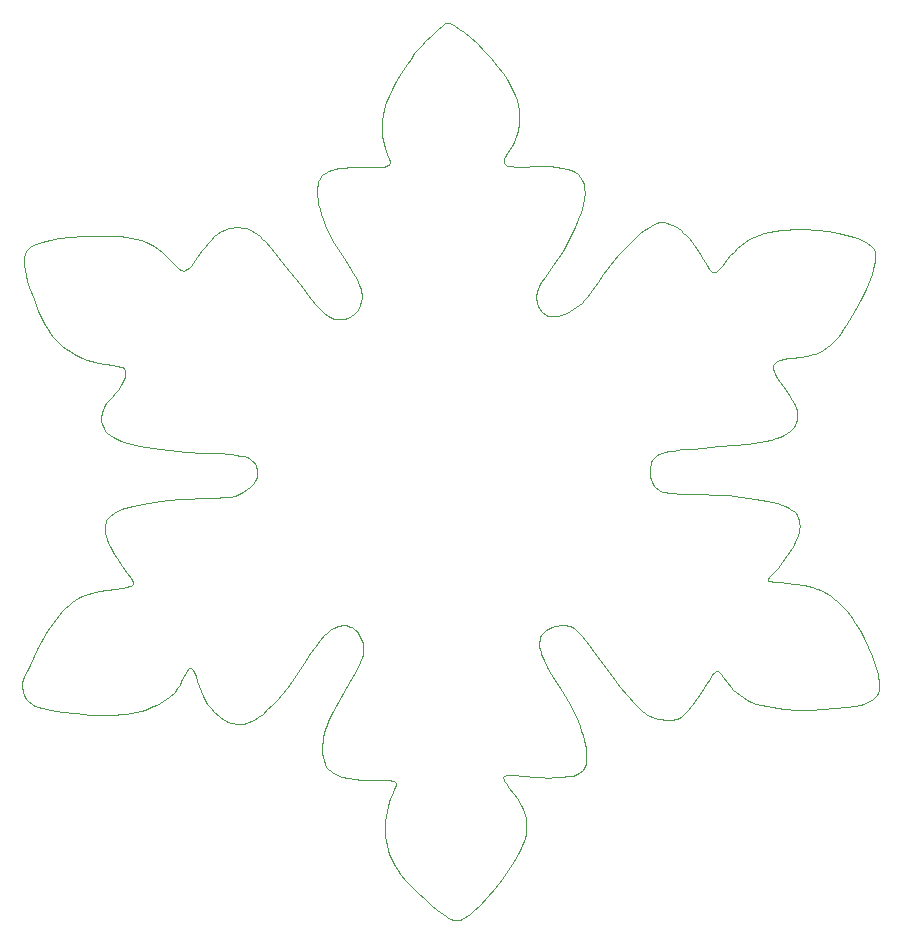
<source format=gbr>
%TF.GenerationSoftware,KiCad,Pcbnew,7.0.7*%
%TF.CreationDate,2023-12-19T22:40:54+02:00*%
%TF.ProjectId,snowflake,736e6f77-666c-4616-9b65-2e6b69636164,rev?*%
%TF.SameCoordinates,Original*%
%TF.FileFunction,Profile,NP*%
%FSLAX46Y46*%
G04 Gerber Fmt 4.6, Leading zero omitted, Abs format (unit mm)*
G04 Created by KiCad (PCBNEW 7.0.7) date 2023-12-19 22:40:54*
%MOMM*%
%LPD*%
G01*
G04 APERTURE LIST*
%TA.AperFunction,Profile*%
%ADD10C,0.100000*%
%TD*%
G04 APERTURE END LIST*
D10*
%TO.C,Ref\u002A\u002A*%
X100721000Y-111677700D02*
X100726300Y-111502000D01*
X100726300Y-111502000D02*
X100749000Y-111333000D01*
X100733200Y-111858400D02*
X100721000Y-111677700D01*
X100749000Y-111333000D02*
X100788700Y-111166500D01*
X100762800Y-112041300D02*
X100733200Y-111858400D01*
X100788700Y-111166500D02*
X100917000Y-110820000D01*
X100809600Y-112223600D02*
X100762800Y-112041300D01*
X100858000Y-75685800D02*
X100890000Y-75375300D01*
X100871000Y-76045700D02*
X100858000Y-75685800D01*
X100873600Y-112402400D02*
X100809600Y-112223600D01*
X100890000Y-75375300D02*
X100964300Y-75108900D01*
X100917000Y-110820000D02*
X101107100Y-110419800D01*
X100930300Y-76457500D02*
X100871000Y-76045700D01*
X100954700Y-112574800D02*
X100873600Y-112402400D01*
X100964300Y-75108900D02*
X101078000Y-74881500D01*
X101030700Y-76912400D02*
X100930300Y-76457500D01*
X101052900Y-112737900D02*
X100954700Y-112574800D01*
X101078000Y-74881500D02*
X101228100Y-74687900D01*
X101107100Y-110419800D02*
X101354800Y-109923000D01*
X101165300Y-77399100D02*
X101030700Y-76912400D01*
X101168000Y-112889000D02*
X101052900Y-112737900D01*
X101228100Y-74687900D02*
X101411900Y-74522700D01*
X101300800Y-113025800D02*
X101168000Y-112889000D01*
X101327200Y-77905900D02*
X101165300Y-77399100D01*
X101354800Y-109923000D02*
X102007400Y-108585600D01*
X101411900Y-74522700D02*
X101626400Y-74380700D01*
X101456000Y-113149400D02*
X101300800Y-113025800D01*
X101626400Y-74380700D02*
X101868800Y-74256800D01*
X101639000Y-113261500D02*
X101456000Y-113149400D01*
X101705500Y-78934500D02*
X101327200Y-77905900D01*
X101855300Y-113363800D02*
X101639000Y-113261500D01*
X101868800Y-74256800D02*
X102136800Y-74146400D01*
X102007400Y-108585600D02*
X102406100Y-107820700D01*
X102110400Y-113458000D02*
X101855300Y-113363800D01*
X102110800Y-79906500D02*
X101705500Y-78934500D01*
X102136800Y-74146400D02*
X102430700Y-74047800D01*
X102406100Y-107820700D02*
X102849000Y-107051800D01*
X102409800Y-113545900D02*
X102110400Y-113458000D01*
X102430700Y-74047800D02*
X102751000Y-73960200D01*
X102502700Y-80749700D02*
X102110800Y-79906500D01*
X102698600Y-81123300D02*
X102502700Y-80749700D01*
X102751000Y-73960200D02*
X103098700Y-73882600D01*
X102849000Y-107051800D02*
X103331900Y-106320200D01*
X102900000Y-81469100D02*
X102698600Y-81123300D01*
X103098700Y-73882600D02*
X103878900Y-73753800D01*
X103111100Y-81790000D02*
X102900000Y-81469100D01*
X103163600Y-113709500D02*
X102409800Y-113545900D01*
X103331900Y-106320200D02*
X103585800Y-105976500D01*
X103336100Y-82089200D02*
X103111100Y-81790000D01*
X103579200Y-82369800D02*
X103336100Y-82089200D01*
X103585800Y-105976500D02*
X103846500Y-105651200D01*
X103844500Y-82634700D02*
X103579200Y-82369800D01*
X103846500Y-105651200D02*
X104112600Y-105346900D01*
X103878900Y-73753800D02*
X104777400Y-73653900D01*
X104112600Y-105346900D02*
X104383000Y-105066400D01*
X104134800Y-82886300D02*
X103844500Y-82634700D01*
X104137800Y-113863400D02*
X103163600Y-113709500D01*
X104383000Y-105066400D02*
X104656500Y-104812300D01*
X104447000Y-83123900D02*
X104134800Y-82886300D01*
X104656500Y-104812300D02*
X104931900Y-104587300D01*
X104776500Y-83345800D02*
X104447000Y-83123900D01*
X104777400Y-73653900D02*
X105789900Y-73578800D01*
X104931900Y-104587300D02*
X105208500Y-104393100D01*
X105118900Y-83550600D02*
X104776500Y-83345800D01*
X105208500Y-104393100D02*
X105486900Y-104227400D01*
X105262300Y-113996600D02*
X104137800Y-113863400D01*
X105469600Y-83736700D02*
X105118900Y-83550600D01*
X105486900Y-104227400D02*
X105768500Y-104087000D01*
X105768500Y-104087000D02*
X106054500Y-103968600D01*
X105789900Y-73578800D02*
X106869700Y-73537600D01*
X105824000Y-83902600D02*
X105469600Y-83736700D01*
X106054500Y-103968600D02*
X106346100Y-103868900D01*
X106177700Y-84046700D02*
X105824000Y-83902600D01*
X106346100Y-103868900D02*
X106644500Y-103784700D01*
X106444400Y-114092800D02*
X105262300Y-113996600D01*
X106526100Y-84167500D02*
X106177700Y-84046700D01*
X106644500Y-103784700D02*
X107266800Y-103649300D01*
X106865000Y-84264400D02*
X106526100Y-84167500D01*
X106869700Y-73537600D02*
X107959700Y-73542700D01*
X107028000Y-114122000D02*
X106444400Y-114092800D01*
X107191800Y-84340300D02*
X106865000Y-84264400D01*
X107266800Y-103649300D02*
X107921100Y-103539900D01*
X107429000Y-89058000D02*
X107433900Y-88857600D01*
X107433900Y-88857600D02*
X107457200Y-88659600D01*
X107443300Y-89259300D02*
X107429000Y-89058000D01*
X107457200Y-88659600D02*
X107497900Y-88465400D01*
X107478400Y-89459900D02*
X107443300Y-89259300D01*
X107497900Y-88465400D02*
X107555200Y-88276500D01*
X107539000Y-89658800D02*
X107478400Y-89459900D01*
X107555200Y-88276500D02*
X107628200Y-88094600D01*
X107591100Y-114135900D02*
X107028000Y-114122000D01*
X107628200Y-88094600D02*
X107716100Y-87921100D01*
X107630300Y-89854900D02*
X107539000Y-89658800D01*
X107716100Y-87921100D02*
X107817900Y-87757500D01*
X107737900Y-98237400D02*
X107758100Y-98024600D01*
X107741500Y-98468800D02*
X107737900Y-98237400D01*
X107757800Y-90047300D02*
X107630300Y-89854900D01*
X107758100Y-98024600D02*
X107801500Y-97831100D01*
X107769800Y-98717600D02*
X107741500Y-98468800D01*
X107799500Y-84444500D02*
X107191800Y-84340300D01*
X107801500Y-97831100D02*
X107869000Y-97655300D01*
X107817900Y-87757500D02*
X108057500Y-87459900D01*
X107823600Y-98982600D02*
X107769800Y-98717600D01*
X107869000Y-97655300D02*
X107961600Y-97495000D01*
X107903800Y-99262500D02*
X107823600Y-98982600D01*
X107921100Y-103539900D02*
X108566800Y-103447000D01*
X107926800Y-90234800D02*
X107757800Y-90047300D01*
X107959700Y-73542700D02*
X108490800Y-73566500D01*
X107961600Y-97495000D02*
X108080500Y-97347900D01*
X108011400Y-99556200D02*
X107903800Y-99262500D01*
X108057500Y-87459900D02*
X108327400Y-87183000D01*
X108080500Y-97347900D02*
X108226700Y-97211700D01*
X108124500Y-114133000D02*
X107591100Y-114135900D01*
X108142700Y-90416500D02*
X107926800Y-90234800D01*
X108147100Y-99862400D02*
X108011400Y-99556200D01*
X108226700Y-97211700D02*
X108401400Y-97084400D01*
X108311900Y-100179900D02*
X108147100Y-99862400D01*
X108327400Y-87183000D02*
X108605800Y-86901500D01*
X108330500Y-84510700D02*
X107799500Y-84444500D01*
X108401400Y-97084400D02*
X108605700Y-96963500D01*
X108410900Y-90591400D02*
X108142700Y-90416500D01*
X108490800Y-73566500D02*
X109003000Y-73606600D01*
X108505000Y-100506600D02*
X108311900Y-100179900D01*
X108566800Y-103447000D02*
X109153000Y-103364900D01*
X108605700Y-96963500D02*
X108840700Y-96847100D01*
X108605800Y-86901500D02*
X108870500Y-86590000D01*
X108627800Y-114113200D02*
X108124500Y-114133000D01*
X108719000Y-100837000D02*
X108505000Y-100506600D01*
X108736700Y-90758400D02*
X108410900Y-90591400D01*
X108766100Y-84569600D02*
X108330500Y-84510700D01*
X108840700Y-96847100D02*
X109107500Y-96733200D01*
X108870500Y-86590000D02*
X109101400Y-86233400D01*
X109003000Y-73606600D02*
X109490700Y-73664400D01*
X109091900Y-84649400D02*
X108766100Y-84569600D01*
X109101400Y-86233400D02*
X109284900Y-85856100D01*
X109102900Y-114077100D02*
X108627800Y-114113200D01*
X109107500Y-96733200D02*
X109406700Y-96622500D01*
X109123800Y-90916500D02*
X108736700Y-90758400D01*
X109153000Y-103364900D02*
X109629000Y-103287700D01*
X109173200Y-101483900D02*
X108719000Y-100837000D01*
X109214500Y-84702700D02*
X109091900Y-84649400D01*
X109284900Y-85856100D02*
X109409000Y-85492900D01*
X109311400Y-84767400D02*
X109214500Y-84702700D01*
X109383600Y-84845500D02*
X109311400Y-84767400D01*
X109406700Y-96622500D02*
X110105500Y-96414300D01*
X109409000Y-85492900D02*
X109445100Y-85327400D01*
X109432100Y-84938700D02*
X109383600Y-84845500D01*
X109445100Y-85327400D02*
X109461800Y-85178300D01*
X109457900Y-85049100D02*
X109432100Y-84938700D01*
X109461800Y-85178300D02*
X109457900Y-85049100D01*
X109490700Y-73664400D02*
X109953100Y-73741300D01*
X109551700Y-114025200D02*
X109102900Y-114077100D01*
X109568800Y-91065100D02*
X109123800Y-90916500D01*
X109602100Y-102069800D02*
X109173200Y-101483900D01*
X109629000Y-103287700D02*
X109810800Y-103248400D01*
X109810800Y-103248400D02*
X109952200Y-103203800D01*
X109933300Y-102544500D02*
X109602100Y-102069800D01*
X109952200Y-103203800D02*
X110052700Y-103149000D01*
X109953100Y-73741300D02*
X110391000Y-73839000D01*
X109976200Y-113958000D02*
X109551700Y-114025200D01*
X110041100Y-102726200D02*
X109933300Y-102544500D01*
X110052700Y-103149000D02*
X110112200Y-103078800D01*
X110066700Y-91203400D02*
X109568800Y-91065100D01*
X110105500Y-96414300D02*
X110942700Y-96230400D01*
X110106700Y-102872400D02*
X110041100Y-102726200D01*
X110112200Y-103078800D02*
X110130300Y-102988300D01*
X110130300Y-102988300D02*
X110106700Y-102872400D01*
X110378400Y-113876000D02*
X109976200Y-113958000D01*
X110391000Y-73839000D02*
X110805300Y-73958700D01*
X110612400Y-91330700D02*
X110066700Y-91203400D01*
X110760000Y-113779600D02*
X110378400Y-113876000D01*
X110805300Y-73958700D02*
X111196600Y-74101900D01*
X110942700Y-96230400D02*
X111924000Y-96078800D01*
X111123200Y-113669500D02*
X110760000Y-113779600D01*
X111196600Y-74101900D02*
X111565800Y-74270000D01*
X111201000Y-91446400D02*
X110612400Y-91330700D01*
X111469100Y-113546200D02*
X111123200Y-113669500D01*
X111565800Y-74270000D02*
X111913600Y-74464500D01*
X111797300Y-113411600D02*
X111469100Y-113546200D01*
X111827400Y-91549600D02*
X111201000Y-91446400D01*
X111913600Y-74464500D02*
X112240800Y-74686800D01*
X111924000Y-96078800D02*
X113038600Y-95964700D01*
X112106400Y-113267800D02*
X111797300Y-113411600D01*
X112240800Y-74686800D02*
X112548100Y-74936100D01*
X112395200Y-113116600D02*
X112106400Y-113267800D01*
X112486500Y-91639700D02*
X111827400Y-91549600D01*
X112548100Y-74936100D02*
X112836200Y-75202200D01*
X112662600Y-112960200D02*
X112395200Y-113116600D01*
X112836200Y-75202200D02*
X113357900Y-75735800D01*
X112907100Y-112800600D02*
X112662600Y-112960200D01*
X113038600Y-95964700D02*
X114210400Y-95883000D01*
X113127700Y-112639700D02*
X112907100Y-112800600D01*
X113173200Y-91716100D02*
X112486500Y-91639700D01*
X113323100Y-112479700D02*
X113127700Y-112639700D01*
X113357900Y-75735800D02*
X113811800Y-76188900D01*
X113492800Y-112322000D02*
X113323100Y-112479700D01*
X113639400Y-112166500D02*
X113492800Y-112322000D01*
X113811800Y-76188900D02*
X114015100Y-76354400D01*
X113876000Y-111859900D02*
X113639400Y-112166500D01*
X114015100Y-76354400D02*
X114203700Y-76462800D01*
X114059000Y-111555100D02*
X113876000Y-111859900D01*
X114203700Y-76462800D02*
X114292800Y-76492100D01*
X114210400Y-95883000D02*
X116356600Y-95784400D01*
X114214400Y-111247500D02*
X114059000Y-111555100D01*
X114292800Y-76492100D02*
X114378800Y-76504900D01*
X114378800Y-76504900D02*
X114462300Y-76501800D01*
X114462300Y-76501800D02*
X114543700Y-76483600D01*
X114510100Y-110646700D02*
X114214400Y-111247500D01*
X114543700Y-76483600D02*
X114702500Y-76405300D01*
X114599400Y-91829400D02*
X113173200Y-91716100D01*
X114652200Y-110401100D02*
X114510100Y-110646700D01*
X114702500Y-76405300D02*
X114859000Y-76275900D01*
X114788500Y-110227300D02*
X114652200Y-110401100D01*
X114854100Y-110175100D02*
X114788500Y-110227300D01*
X114859000Y-76275900D02*
X115017200Y-76101900D01*
X114918200Y-110147800D02*
X114854100Y-110175100D01*
X114981100Y-110145800D02*
X114918200Y-110147800D01*
X115017200Y-76101900D02*
X115180900Y-75889200D01*
X115043000Y-110169400D02*
X114981100Y-110145800D01*
X115104300Y-110218900D02*
X115043000Y-110169400D01*
X115165200Y-110294700D02*
X115104300Y-110218900D01*
X115180900Y-75889200D02*
X115540600Y-75372600D01*
X115287300Y-110526800D02*
X115165200Y-110294700D01*
X115411700Y-110861100D02*
X115287300Y-110526800D01*
X115540600Y-75372600D02*
X115962900Y-74778600D01*
X115541800Y-111265200D02*
X115411700Y-110861100D01*
X115681000Y-111699100D02*
X115541800Y-111265200D01*
X115832600Y-112123300D02*
X115681000Y-111699100D01*
X115962900Y-74778600D02*
X116197300Y-74472500D01*
X116001100Y-112507200D02*
X115832600Y-112123300D01*
X116014200Y-91908100D02*
X114599400Y-91829400D01*
X116194100Y-112857900D02*
X116001100Y-112507200D01*
X116197300Y-74472500D02*
X116445900Y-74171500D01*
X116356600Y-95784400D02*
X117169100Y-95750700D01*
X116420200Y-113191700D02*
X116194100Y-112857900D01*
X116445900Y-74171500D02*
X116707400Y-73884100D01*
X116688300Y-113525100D02*
X116420200Y-113191700D01*
X116707400Y-73884100D02*
X116980800Y-73618700D01*
X116980800Y-73618700D02*
X117265100Y-73383700D01*
X117004100Y-113867100D02*
X116688300Y-113525100D01*
X117169100Y-95750700D02*
X117807200Y-95710900D01*
X117265100Y-73383700D02*
X117559200Y-73187500D01*
X117315700Y-91975700D02*
X116014200Y-91908100D01*
X117362100Y-114197600D02*
X117004100Y-113867100D01*
X117554500Y-114350000D02*
X117362100Y-114197600D01*
X117559200Y-73187500D02*
X117861600Y-73036600D01*
X117754400Y-114489300D02*
X117554500Y-114350000D01*
X117807200Y-95710900D02*
X118316400Y-95650400D01*
X117861600Y-73036600D02*
X118169000Y-72929500D01*
X117960700Y-114612000D02*
X117754400Y-114489300D01*
X118169000Y-72929500D02*
X118478100Y-72863000D01*
X118172500Y-114714800D02*
X117960700Y-114612000D01*
X118316400Y-95650400D02*
X118742100Y-95554900D01*
X118388700Y-114794800D02*
X118172500Y-114714800D01*
X118402000Y-92055400D02*
X117315700Y-91975700D01*
X118478100Y-72863000D02*
X118785200Y-72833600D01*
X118608100Y-114852100D02*
X118388700Y-114794800D01*
X118742100Y-95554900D02*
X119122200Y-95414300D01*
X118785200Y-72833600D02*
X119086800Y-72838000D01*
X118829200Y-114887400D02*
X118608100Y-114852100D01*
X118836100Y-92106600D02*
X118402000Y-92055400D01*
X119050900Y-114901100D02*
X118829200Y-114887400D01*
X119086800Y-72838000D02*
X119379300Y-72872900D01*
X119122200Y-95414300D02*
X119463500Y-95236000D01*
X119199000Y-92166900D02*
X118836100Y-92106600D01*
X119271700Y-114894100D02*
X119050900Y-114901100D01*
X119379300Y-72872900D02*
X119659100Y-72934800D01*
X119463500Y-95236000D02*
X119765500Y-95031900D01*
X119490300Y-114866900D02*
X119271700Y-114894100D01*
X119498600Y-92236400D02*
X119199000Y-92166900D01*
X119659100Y-72934800D02*
X119922800Y-73020500D01*
X119705600Y-114820200D02*
X119490300Y-114866900D01*
X119743100Y-92315200D02*
X119498600Y-92236400D01*
X119765500Y-95031900D02*
X120027300Y-94814100D01*
X119916000Y-114754500D02*
X119705600Y-114820200D01*
X119922800Y-73020500D02*
X120168300Y-73127400D01*
X119940500Y-92403400D02*
X119743100Y-92315200D01*
X120027300Y-94814100D02*
X120247600Y-94591500D01*
X120098800Y-92501300D02*
X119940500Y-92403400D01*
X120120800Y-114670800D02*
X119916000Y-114754500D01*
X120168300Y-73127400D02*
X120399600Y-73256600D01*
X120226100Y-92609000D02*
X120098800Y-92501300D01*
X120247600Y-94591500D02*
X120422800Y-94361100D01*
X120320700Y-114569800D02*
X120120800Y-114670800D01*
X120330300Y-92726500D02*
X120226100Y-92609000D01*
X120399600Y-73256600D02*
X120622000Y-73410100D01*
X120418300Y-92853800D02*
X120330300Y-92726500D01*
X120422800Y-94361100D02*
X120548700Y-94117200D01*
X120491400Y-92989000D02*
X120418300Y-92853800D01*
X120548700Y-94117200D02*
X120591900Y-93988400D01*
X120549700Y-93130200D02*
X120491400Y-92989000D01*
X120591900Y-93988400D02*
X120621100Y-93853900D01*
X120593300Y-93275300D02*
X120549700Y-93130200D01*
X120621100Y-93853900D02*
X120636300Y-93569100D01*
X120622000Y-73410100D02*
X120841200Y-73589900D01*
X120636300Y-93569100D02*
X120593300Y-93275300D01*
X120711000Y-114320200D02*
X120320700Y-114569800D01*
X120841200Y-73589900D02*
X121062600Y-73798100D01*
X121062600Y-73798100D02*
X121291700Y-74036500D01*
X121096600Y-114014100D02*
X120711000Y-114320200D01*
X121291700Y-74036500D02*
X121794900Y-74612100D01*
X121487400Y-113659500D02*
X121096600Y-114014100D01*
X121794900Y-74612100D02*
X123013600Y-76108700D01*
X121890500Y-113263500D02*
X121487400Y-113659500D01*
X122302700Y-112828000D02*
X121890500Y-113263500D01*
X122718200Y-112353700D02*
X122302700Y-112828000D01*
X123013600Y-76108700D02*
X124243900Y-77680200D01*
X123131100Y-111841300D02*
X122718200Y-112353700D01*
X123537100Y-111293100D02*
X123131100Y-111841300D01*
X123937500Y-110716800D02*
X123537100Y-111293100D01*
X124243900Y-77680200D02*
X125200800Y-78916800D01*
X124732600Y-109517200D02*
X123937500Y-110716800D01*
X125130800Y-108917400D02*
X124732600Y-109517200D01*
X125200800Y-78916800D02*
X125594100Y-79394800D01*
X125529000Y-108345200D02*
X125130800Y-108917400D01*
X125594100Y-79394800D02*
X125957600Y-79790500D01*
X125680500Y-69795200D02*
X125694900Y-69481900D01*
X125694900Y-69481900D02*
X125740000Y-69199500D01*
X125696600Y-70139900D02*
X125680500Y-69795200D01*
X125740000Y-69199500D02*
X125815900Y-68947000D01*
X125741900Y-70512000D02*
X125696600Y-70139900D01*
X125815300Y-70906800D02*
X125741900Y-70512000D01*
X125815900Y-68947000D02*
X125922700Y-68723100D01*
X125915300Y-71319400D02*
X125815300Y-70906800D01*
X125922700Y-68723100D02*
X126060500Y-68526600D01*
X125927600Y-107823700D02*
X125529000Y-108345200D01*
X125957600Y-79790500D02*
X126308900Y-80110700D01*
X126040800Y-71745200D02*
X125915300Y-71319400D01*
X126060500Y-68526600D02*
X126229500Y-68356200D01*
X126119200Y-117014600D02*
X126127700Y-116669300D01*
X126127700Y-116669300D02*
X126160600Y-116320800D01*
X126136400Y-117351200D02*
X126119200Y-117014600D01*
X126160600Y-116320800D02*
X126216800Y-115974500D01*
X126180400Y-117673600D02*
X126136400Y-117351200D01*
X126190300Y-72179200D02*
X126040800Y-71745200D01*
X126216800Y-115974500D02*
X126294900Y-115634600D01*
X126229500Y-68356200D02*
X126429600Y-68210700D01*
X126252600Y-117976500D02*
X126180400Y-117673600D01*
X126294900Y-115634600D02*
X126393900Y-115299400D01*
X126308900Y-80110700D02*
X126653600Y-80356600D01*
X126327100Y-107375600D02*
X125927600Y-107823700D01*
X126354200Y-118254200D02*
X126252600Y-117976500D01*
X126362500Y-72616800D02*
X126190300Y-72179200D01*
X126393900Y-115299400D02*
X126512700Y-114966000D01*
X126429600Y-68210700D02*
X126660900Y-68088900D01*
X126486300Y-118501400D02*
X126354200Y-118254200D01*
X126512700Y-114966000D02*
X126650100Y-114631500D01*
X126526300Y-107186800D02*
X126327100Y-107375600D01*
X126556200Y-73053100D02*
X126362500Y-72616800D01*
X126649400Y-118714000D02*
X126486300Y-118501400D01*
X126650100Y-114631500D02*
X126976400Y-113947300D01*
X126653600Y-80356600D02*
X126824400Y-80451500D01*
X126660900Y-68088900D02*
X126922900Y-67989400D01*
X126723700Y-107023900D02*
X126526300Y-107186800D01*
X126769300Y-73483700D02*
X126556200Y-73053100D01*
X126824400Y-80451500D02*
X126994500Y-80527600D01*
X126840200Y-118893900D02*
X126649400Y-118714000D01*
X126918900Y-106886000D02*
X126723700Y-107023900D01*
X126922900Y-67989400D02*
X127212600Y-67910200D01*
X126976400Y-113947300D02*
X127363900Y-113223100D01*
X126994500Y-80527600D02*
X127164500Y-80584900D01*
X126997600Y-73906100D02*
X126769300Y-73483700D01*
X127054500Y-119044400D02*
X126840200Y-118893900D01*
X127111200Y-106772300D02*
X126918900Y-106886000D01*
X127164500Y-80584900D02*
X127334500Y-80623200D01*
X127212600Y-67910200D02*
X127526200Y-67849100D01*
X127288400Y-119168900D02*
X127054500Y-119044400D01*
X127300300Y-106681900D02*
X127111200Y-106772300D01*
X127334500Y-80623200D02*
X127504800Y-80642800D01*
X127363900Y-113223100D02*
X128248800Y-111657500D01*
X127479200Y-74717700D02*
X126997600Y-73906100D01*
X127485700Y-106614100D02*
X127300300Y-106681900D01*
X127504800Y-80642800D02*
X127674200Y-80644600D01*
X127526200Y-67849100D02*
X127859900Y-67804200D01*
X127537700Y-119270500D02*
X127288400Y-119168900D01*
X127666800Y-106568100D02*
X127485700Y-106614100D01*
X127674200Y-80644600D02*
X127841400Y-80629500D01*
X127798400Y-119352600D02*
X127537700Y-119270500D01*
X127841400Y-80629500D02*
X128005200Y-80598800D01*
X127843400Y-106543000D02*
X127666800Y-106568100D01*
X127859900Y-67804200D02*
X128573300Y-67753900D01*
X127960700Y-75470600D02*
X127479200Y-74717700D01*
X128005200Y-80598800D02*
X128317000Y-80494600D01*
X128014700Y-106538000D02*
X127843400Y-106543000D01*
X128180600Y-106552900D02*
X128014700Y-106538000D01*
X128248800Y-111657500D02*
X129044200Y-110232300D01*
X128317000Y-80494600D02*
X128599000Y-80340800D01*
X128337300Y-119471600D02*
X127798400Y-119352600D01*
X128340500Y-106587200D02*
X128180600Y-106552900D01*
X128402100Y-76147800D02*
X127960700Y-75470600D01*
X128494200Y-106640600D02*
X128340500Y-106587200D01*
X128573300Y-67753900D02*
X129322900Y-67742100D01*
X128599000Y-80340800D02*
X128842800Y-80145600D01*
X128641100Y-106712900D02*
X128494200Y-106640600D01*
X128770000Y-76737300D02*
X128402100Y-76147800D01*
X128781100Y-106803700D02*
X128641100Y-106712900D01*
X128842800Y-80145600D02*
X129047700Y-79916300D01*
X128879000Y-119549000D02*
X128337300Y-119471600D01*
X128913500Y-106912700D02*
X128781100Y-106803700D01*
X129038200Y-107039500D02*
X128913500Y-106912700D01*
X129044200Y-110232300D02*
X129322100Y-109681100D01*
X129047700Y-79916300D02*
X129214600Y-79660000D01*
X129059700Y-77248500D02*
X128770000Y-76737300D01*
X129154500Y-107183500D02*
X129038200Y-107039500D01*
X129214600Y-79660000D02*
X129345000Y-79383600D01*
X129261300Y-107342300D02*
X129154500Y-107183500D01*
X129273000Y-77695600D02*
X129059700Y-77248500D01*
X129322100Y-109681100D02*
X129507900Y-109226100D01*
X129322900Y-67742100D02*
X130073100Y-67749700D01*
X129345000Y-79383600D02*
X129438000Y-79093000D01*
X129357100Y-107513200D02*
X129261300Y-107342300D01*
X129412200Y-78093400D02*
X129273000Y-77695600D01*
X129422700Y-119595000D02*
X128879000Y-119549000D01*
X129438000Y-79093000D02*
X129486200Y-78785400D01*
X129440600Y-107693400D02*
X129357100Y-107513200D01*
X129454800Y-78278000D02*
X129412200Y-78093400D01*
X129480600Y-78454300D02*
X129454800Y-78278000D01*
X129486200Y-78785400D02*
X129480600Y-78454300D01*
X129507900Y-109226100D02*
X129567900Y-109022900D01*
X129510400Y-107880400D02*
X129440600Y-107693400D01*
X129565200Y-108071200D02*
X129510400Y-107880400D01*
X129567900Y-109022900D02*
X129606800Y-108829600D01*
X129603500Y-108263300D02*
X129565200Y-108071200D01*
X129606800Y-108829600D02*
X129625300Y-108641500D01*
X129623900Y-108453900D02*
X129603500Y-108263300D01*
X129625300Y-108641500D02*
X129623900Y-108453900D01*
X129974400Y-119616800D02*
X129422700Y-119595000D01*
X130073100Y-67749700D02*
X130763900Y-67748400D01*
X130539900Y-119621200D02*
X129974400Y-119616800D01*
X130763900Y-67748400D02*
X131066400Y-67734900D01*
X131066400Y-67734900D02*
X131329300Y-67707800D01*
X131113500Y-119619000D02*
X130539900Y-119621200D01*
X131177100Y-64255200D02*
X131208700Y-63798400D01*
X131181100Y-64684900D02*
X131177100Y-64255200D01*
X131208700Y-63798400D02*
X131281200Y-63315100D01*
X131215100Y-65086600D02*
X131181100Y-64684900D01*
X131273800Y-65459900D02*
X131215100Y-65086600D01*
X131281200Y-63315100D02*
X131400200Y-62805800D01*
X131329300Y-67707800D02*
X131544400Y-67663300D01*
X131351500Y-65804100D02*
X131273800Y-65459900D01*
X131400200Y-62805800D02*
X131569000Y-62272600D01*
X131443000Y-66118500D02*
X131351500Y-65804100D01*
X131449500Y-123935800D02*
X131456300Y-123505300D01*
X131456300Y-123505300D02*
X131485900Y-123077100D01*
X131467600Y-124362000D02*
X131449500Y-123935800D01*
X131485900Y-123077100D02*
X131536500Y-122657700D01*
X131512500Y-124777400D02*
X131467600Y-124362000D01*
X131536500Y-122657700D02*
X131606100Y-122253500D01*
X131544400Y-67663300D02*
X131703300Y-67597600D01*
X131569000Y-62272600D02*
X131782700Y-61722700D01*
X131585500Y-125176800D02*
X131512500Y-124777400D01*
X131606100Y-122253500D02*
X131692700Y-121871100D01*
X131640200Y-66657300D02*
X131443000Y-66118500D01*
X131643300Y-119635200D02*
X131113500Y-119619000D01*
X131685300Y-125559900D02*
X131585500Y-125176800D01*
X131692700Y-121871100D02*
X131794300Y-121517100D01*
X131703300Y-67597600D02*
X131759500Y-67555700D01*
X131759500Y-67555700D02*
X131800800Y-67507400D01*
X131782700Y-61722700D02*
X132034100Y-61164600D01*
X131794300Y-121517100D02*
X131907900Y-121196600D01*
X131797800Y-67079800D02*
X131640200Y-66657300D01*
X131800800Y-67507400D02*
X131843000Y-67391500D01*
X131809900Y-125927600D02*
X131685300Y-125559900D01*
X131839000Y-67249200D02*
X131797800Y-67079800D01*
X131843000Y-67391500D02*
X131839000Y-67249200D01*
X131872000Y-119659300D02*
X131643300Y-119635200D01*
X131907900Y-121196600D02*
X132025600Y-120909900D01*
X131957200Y-126281000D02*
X131809900Y-125927600D01*
X132025600Y-120909900D02*
X132237700Y-120433500D01*
X132034100Y-61164600D02*
X132316200Y-60606900D01*
X132066000Y-119698700D02*
X131872000Y-119659300D01*
X132125400Y-126621100D02*
X131957200Y-126281000D01*
X132217400Y-119757200D02*
X132066000Y-119698700D01*
X132237700Y-120433500D02*
X132314200Y-120241600D01*
X132312400Y-126948800D02*
X132125400Y-126621100D01*
X132314200Y-120241600D02*
X132359100Y-120079100D01*
X132316200Y-60606900D02*
X132622000Y-60058100D01*
X132318300Y-119838200D02*
X132217400Y-119757200D01*
X132347600Y-119888300D02*
X132318300Y-119838200D01*
X132359100Y-120079100D02*
X132363400Y-119945000D01*
X132363400Y-119945000D02*
X132347600Y-119888300D01*
X132516200Y-127265200D02*
X132312400Y-126948800D01*
X132622000Y-60058100D02*
X132944300Y-59526600D01*
X132734900Y-127571200D02*
X132516200Y-127265200D01*
X132944300Y-59526600D02*
X133276100Y-59021200D01*
X133209300Y-128155700D02*
X132734900Y-127571200D01*
X133276100Y-59021200D02*
X133610300Y-58550200D01*
X133610300Y-58550200D02*
X133940400Y-58120500D01*
X133721600Y-128707400D02*
X133209300Y-128155700D01*
X133940400Y-58120500D02*
X134262300Y-57732300D01*
X134258500Y-129231100D02*
X133721600Y-128707400D01*
X134262300Y-57732300D02*
X134572600Y-57383700D01*
X134572600Y-57383700D02*
X134867700Y-57073200D01*
X134806400Y-129731300D02*
X134258500Y-129231100D01*
X134867700Y-57073200D02*
X135398600Y-56559700D01*
X135351600Y-130208100D02*
X134806400Y-129731300D01*
X135398600Y-56559700D02*
X135827200Y-56178600D01*
X135827200Y-56178600D02*
X136342000Y-55744300D01*
X135879600Y-130642100D02*
X135351600Y-130208100D01*
X136342000Y-55744300D02*
X136570200Y-55585800D01*
X136375700Y-131009200D02*
X135879600Y-130642100D01*
X136570200Y-55585800D02*
X136706900Y-55530200D01*
X136607100Y-131160100D02*
X136375700Y-131009200D01*
X136706900Y-55530200D02*
X136789700Y-55515300D01*
X136789700Y-55515300D02*
X136855400Y-55530200D01*
X136824900Y-131285200D02*
X136607100Y-131160100D01*
X136855400Y-55530200D02*
X137094300Y-55659400D01*
X137028500Y-131381900D02*
X136824900Y-131285200D01*
X137094300Y-55659400D02*
X137094300Y-55659400D01*
X137094300Y-55659400D02*
X137094300Y-55659400D01*
X137094300Y-55659400D02*
X137344300Y-55801400D01*
X137221300Y-131448300D02*
X137028500Y-131381900D01*
X137344300Y-55801400D02*
X137688700Y-56017100D01*
X137408200Y-131483100D02*
X137221300Y-131448300D01*
X137593900Y-131484700D02*
X137408200Y-131483100D01*
X137688700Y-56017100D02*
X138121500Y-56324800D01*
X137783000Y-131451700D02*
X137593900Y-131484700D01*
X137980300Y-131382600D02*
X137783000Y-131451700D01*
X138121500Y-56324800D02*
X138636800Y-56742600D01*
X138190400Y-131276100D02*
X137980300Y-131382600D01*
X138418200Y-131130500D02*
X138190400Y-131276100D01*
X138636800Y-56742600D02*
X139222000Y-57277900D01*
X138666800Y-130945300D02*
X138418200Y-131130500D01*
X138934300Y-130723100D02*
X138666800Y-130945300D01*
X139222000Y-57277900D02*
X139837300Y-57895300D01*
X139511600Y-130182300D02*
X138934300Y-130723100D01*
X139837300Y-57895300D02*
X140436300Y-58548300D01*
X140121800Y-129536200D02*
X139511600Y-130182300D01*
X140436300Y-58548300D02*
X140972500Y-59190800D01*
X140736800Y-128813200D02*
X140121800Y-129536200D01*
X140972500Y-59190800D02*
X141410500Y-59784700D01*
X141329900Y-128042200D02*
X140736800Y-128813200D01*
X141410500Y-59784700D02*
X141757900Y-60325400D01*
X141449000Y-119451200D02*
X141485400Y-119564000D01*
X141453000Y-119365300D02*
X141449000Y-119451200D01*
X141485400Y-119564000D02*
X141562200Y-119705600D01*
X141495900Y-119303200D02*
X141453000Y-119365300D01*
X141504100Y-67234400D02*
X141509000Y-67340100D01*
X141509000Y-67340100D02*
X141540200Y-67433300D01*
X141522700Y-67118200D02*
X141504100Y-67234400D01*
X141540200Y-67433300D02*
X141600400Y-67512300D01*
X141562200Y-66992900D02*
X141522700Y-67118200D01*
X141562200Y-119705600D02*
X141673800Y-119873900D01*
X141576100Y-119262000D02*
X141495900Y-119303200D01*
X141600400Y-67512300D02*
X141691300Y-67576100D01*
X141619800Y-66860500D02*
X141562200Y-66992900D01*
X141673800Y-119873900D02*
X141972800Y-120277200D01*
X141691300Y-67576100D02*
X141812000Y-67625500D01*
X141692300Y-119238600D02*
X141576100Y-119262000D01*
X141757900Y-60325400D02*
X142033400Y-60816500D01*
X141779100Y-66581000D02*
X141619800Y-66860500D01*
X141812000Y-67625500D02*
X141960700Y-67662200D01*
X141842900Y-119229900D02*
X141692300Y-119238600D01*
X141880200Y-127254500D02*
X141329900Y-128042200D01*
X141960700Y-67662200D02*
X142135500Y-67687800D01*
X141972800Y-120277200D02*
X142325500Y-120747300D01*
X142033400Y-60816500D02*
X142255600Y-61261600D01*
X142135500Y-67687800D02*
X142556300Y-67711700D01*
X142194400Y-65965900D02*
X141779100Y-66581000D01*
X142241200Y-119244500D02*
X141842900Y-119229900D01*
X142255600Y-61261600D02*
X142439600Y-61668900D01*
X142325500Y-120747300D02*
X142675200Y-121257800D01*
X142368300Y-126482300D02*
X141880200Y-127254500D01*
X142402100Y-65594300D02*
X142194400Y-65965900D01*
X142439600Y-61668900D02*
X142587000Y-62065000D01*
X142495200Y-65383500D02*
X142402100Y-65594300D01*
X142556300Y-67711700D02*
X143060000Y-67709800D01*
X142577300Y-65152400D02*
X142495200Y-65383500D01*
X142587000Y-62065000D02*
X142695900Y-62480900D01*
X142645600Y-64899800D02*
X142577300Y-65152400D01*
X142675200Y-121257800D02*
X142832200Y-121520500D01*
X142695900Y-62480900D02*
X142764300Y-62947800D01*
X142700200Y-64629900D02*
X142645600Y-64899800D01*
X142764300Y-62947800D02*
X142790100Y-63484200D01*
X142770000Y-64059400D02*
X142700200Y-64629900D01*
X142774700Y-125757600D02*
X142368300Y-126482300D01*
X142790100Y-63484200D02*
X142770000Y-64059400D01*
X142832200Y-121520500D02*
X142973200Y-121786100D01*
X142941800Y-125422000D02*
X142774700Y-125757600D01*
X142973200Y-121786100D02*
X143097200Y-122053900D01*
X143060000Y-67709800D02*
X144235900Y-67676700D01*
X143083800Y-125103600D02*
X142941800Y-125422000D01*
X143097200Y-122053900D02*
X143203300Y-122323600D01*
X143201200Y-124799800D02*
X143083800Y-125103600D01*
X143203300Y-122323600D02*
X143290500Y-122594400D01*
X143290500Y-122594400D02*
X143357700Y-122865800D01*
X143294200Y-124508000D02*
X143201200Y-124799800D01*
X143352500Y-119333400D02*
X142241200Y-119244500D01*
X143357700Y-122865800D02*
X143404000Y-123137200D01*
X143363100Y-124225500D02*
X143294200Y-124508000D01*
X143404000Y-123137200D02*
X143428400Y-123408000D01*
X143408300Y-123949800D02*
X143363100Y-124225500D01*
X143428400Y-123408000D02*
X143429900Y-123678200D01*
X143429900Y-123678200D02*
X143408300Y-123949800D01*
X143996500Y-119381700D02*
X143352500Y-119333400D01*
X144235900Y-67676700D02*
X144848200Y-67667600D01*
X144252200Y-78742700D02*
X144263500Y-78921000D01*
X144258000Y-78566700D02*
X144252200Y-78742700D01*
X144263500Y-78921000D02*
X144291800Y-79102300D01*
X144281500Y-78391200D02*
X144258000Y-78566700D01*
X144291800Y-79102300D02*
X144336900Y-79284100D01*
X144323000Y-78214400D02*
X144281500Y-78391200D01*
X144336900Y-79284100D02*
X144398700Y-79462700D01*
X144382800Y-78034700D02*
X144323000Y-78214400D01*
X144398700Y-79462700D02*
X144477000Y-79634600D01*
X144461400Y-77850300D02*
X144382800Y-78034700D01*
X144477000Y-79634600D02*
X144572000Y-79796200D01*
X144513600Y-108136400D02*
X144528000Y-108343000D01*
X144520000Y-107937500D02*
X144513600Y-108136400D01*
X144528000Y-108343000D02*
X144562300Y-108556200D01*
X144548200Y-107747600D02*
X144520000Y-107937500D01*
X144562300Y-108556200D02*
X144615900Y-108775400D01*
X144572000Y-79796200D02*
X144683300Y-79944100D01*
X144599100Y-107567900D02*
X144548200Y-107747600D01*
X144615900Y-108775400D02*
X144688600Y-109002100D01*
X144650900Y-119416700D02*
X143996500Y-119381700D01*
X144673700Y-107399600D02*
X144599100Y-107567900D01*
X144676200Y-77460300D02*
X144461400Y-77850300D01*
X144683300Y-79944100D02*
X144811100Y-80074500D01*
X144688600Y-109002100D02*
X144892900Y-109487600D01*
X144772800Y-107243800D02*
X144673700Y-107399600D01*
X144811100Y-80074500D02*
X144955100Y-80184000D01*
X144848200Y-67667600D02*
X145434900Y-67678100D01*
X144892900Y-109487600D02*
X145177200Y-110030600D01*
X144897300Y-107101800D02*
X144772800Y-107243800D01*
X144955100Y-80184000D02*
X145115200Y-80269700D01*
X144966200Y-77032400D02*
X144676200Y-77460300D01*
X145047400Y-106974500D02*
X144897300Y-107101800D01*
X145115200Y-80269700D02*
X145290200Y-80330900D01*
X145177200Y-110030600D02*
X145543500Y-110649100D01*
X145218900Y-106862500D02*
X145047400Y-106974500D01*
X145283300Y-119428700D02*
X144650900Y-119416700D01*
X145290200Y-80330900D02*
X145479100Y-80367900D01*
X145313400Y-76561600D02*
X144966200Y-77032400D01*
X145407100Y-106765800D02*
X145218900Y-106862500D01*
X145434900Y-67678100D02*
X145970100Y-67717100D01*
X145479100Y-80367900D02*
X145680500Y-80380600D01*
X145543500Y-110649100D02*
X146472900Y-112129800D01*
X145607000Y-106684800D02*
X145407100Y-106765800D01*
X145680500Y-80380600D02*
X145893400Y-80369200D01*
X145695600Y-76044500D02*
X145313400Y-76561600D01*
X145813800Y-106619500D02*
X145607000Y-106684800D01*
X145879000Y-119417600D02*
X145283300Y-119428700D01*
X145893400Y-80369200D02*
X146116400Y-80333700D01*
X145970100Y-67717100D02*
X146448300Y-67786600D01*
X146022700Y-106570200D02*
X145813800Y-106619500D01*
X146090800Y-75477700D02*
X145695600Y-76044500D01*
X146116400Y-80333700D02*
X146348500Y-80274300D01*
X146228600Y-106537200D02*
X146022700Y-106570200D01*
X146348500Y-80274300D02*
X146588400Y-80190900D01*
X146426900Y-106520500D02*
X146228600Y-106537200D01*
X146427500Y-119385400D02*
X145879000Y-119417600D01*
X146448300Y-67786600D02*
X146869600Y-67886500D01*
X146472900Y-112129800D02*
X146960900Y-112952600D01*
X146479000Y-74861200D02*
X146090800Y-75477700D01*
X146588400Y-80190900D02*
X146834700Y-80083800D01*
X146613600Y-106520500D02*
X146426900Y-106520500D01*
X146789800Y-106537900D02*
X146613600Y-106520500D01*
X146834700Y-80083800D02*
X147085500Y-79953400D01*
X146850100Y-74206900D02*
X146479000Y-74861200D01*
X146869600Y-67886500D02*
X147234100Y-68016900D01*
X146918200Y-119334300D02*
X146427500Y-119385400D01*
X146957500Y-106573300D02*
X146789800Y-106537900D01*
X146960900Y-112952600D02*
X147192700Y-113374500D01*
X147085500Y-79953400D02*
X147338800Y-79800200D01*
X147118800Y-106627500D02*
X146957500Y-106573300D01*
X147192700Y-113374500D02*
X147409600Y-113799500D01*
X147196000Y-73530200D02*
X146850100Y-74206900D01*
X147234100Y-68016900D02*
X147542200Y-68177900D01*
X147275800Y-106701300D02*
X147118800Y-106627500D01*
X147338800Y-79800200D02*
X147592300Y-79624600D01*
X147342600Y-119263000D02*
X146918200Y-119334300D01*
X147409600Y-113799500D02*
X147607200Y-114224700D01*
X147430500Y-106795300D02*
X147275800Y-106701300D01*
X147508900Y-72846200D02*
X147196000Y-73530200D01*
X147529400Y-119215400D02*
X147342600Y-119263000D01*
X147542200Y-68177900D02*
X147796700Y-68370600D01*
X147585000Y-106910300D02*
X147430500Y-106795300D01*
X147592300Y-79624600D02*
X147844100Y-79427200D01*
X147607200Y-114224700D02*
X147784700Y-114647000D01*
X147699600Y-119156900D02*
X147529400Y-119215400D01*
X147741500Y-107047000D02*
X147585000Y-106910300D01*
X147781100Y-72170600D02*
X147508900Y-72846200D01*
X147784700Y-114647000D02*
X147942100Y-115063100D01*
X147796700Y-68370600D02*
X148000900Y-68596400D01*
X147844100Y-79427200D02*
X148091900Y-79208500D01*
X147853100Y-119085100D02*
X147699600Y-119156900D01*
X147942100Y-115063100D02*
X148079600Y-115469900D01*
X147990100Y-118998000D02*
X147853100Y-119085100D01*
X148000900Y-68596400D02*
X148158200Y-68856600D01*
X148006300Y-71520700D02*
X147781100Y-72170600D01*
X148069500Y-107390000D02*
X147741500Y-107047000D01*
X148079600Y-115469900D02*
X148197000Y-115864100D01*
X148091900Y-79208500D02*
X148333600Y-78969000D01*
X148110800Y-118893000D02*
X147990100Y-118998000D01*
X148158200Y-68856600D02*
X148270300Y-69154100D01*
X148178600Y-70914500D02*
X148006300Y-71520700D01*
X148197000Y-115864100D02*
X148294500Y-116242700D01*
X148215200Y-118768200D02*
X148110800Y-118893000D01*
X148270300Y-69154100D02*
X148308400Y-69319600D01*
X148292100Y-70369900D02*
X148178600Y-70914500D01*
X148294500Y-116242700D02*
X148372000Y-116602400D01*
X148303400Y-118621400D02*
X148215200Y-118768200D01*
X148308400Y-69319600D02*
X148333600Y-69498200D01*
X148333600Y-69498200D02*
X148342600Y-69899800D01*
X148333600Y-78969000D02*
X148567200Y-78709100D01*
X148342600Y-69899800D02*
X148292100Y-70369900D01*
X148372000Y-116602400D02*
X148429700Y-116940000D01*
X148374900Y-118452100D02*
X148303400Y-118621400D01*
X148429400Y-118259700D02*
X148374900Y-118452100D01*
X148429700Y-116940000D02*
X148467500Y-117252900D01*
X148437400Y-107837500D02*
X148069500Y-107390000D01*
X148466400Y-118044000D02*
X148429400Y-118259700D01*
X148467500Y-117252900D02*
X148485900Y-117541000D01*
X148485400Y-117804500D02*
X148466400Y-118044000D01*
X148485900Y-117541000D02*
X148485400Y-117804500D01*
X148567200Y-78709100D02*
X148791800Y-78429500D01*
X148791800Y-78429500D02*
X149011500Y-78131000D01*
X149011500Y-78131000D02*
X149457000Y-77481500D01*
X149387700Y-109105000D02*
X148437400Y-107837500D01*
X149457000Y-77481500D02*
X149946300Y-76768500D01*
X149946300Y-76768500D02*
X150220500Y-76390600D01*
X150220500Y-76390600D02*
X150521500Y-75999800D01*
X150521500Y-75999800D02*
X150852400Y-75598300D01*
X150680500Y-110839200D02*
X149387700Y-109105000D01*
X150852400Y-75598300D02*
X151207300Y-75192400D01*
X151207300Y-75192400D02*
X151956900Y-74398200D01*
X151360500Y-111726000D02*
X150680500Y-110839200D01*
X151956900Y-74398200D02*
X152705800Y-73678200D01*
X151991900Y-112517300D02*
X151360500Y-111726000D01*
X152535500Y-113149600D02*
X151991900Y-112517300D01*
X152705800Y-73678200D02*
X153059900Y-73364900D01*
X153008700Y-113630100D02*
X152535500Y-113149600D01*
X153059900Y-73364900D02*
X153389600Y-73093000D01*
X153228800Y-113821300D02*
X153008700Y-113630100D01*
X153389600Y-73093000D02*
X153689100Y-72868300D01*
X153443100Y-113983900D02*
X153228800Y-113821300D01*
X153655600Y-114121000D02*
X153443100Y-113983900D01*
X153689100Y-72868300D02*
X153961400Y-72690100D01*
X153864900Y-93516900D02*
X153874600Y-93736900D01*
X153870300Y-114235900D02*
X153655600Y-114121000D01*
X153872500Y-93302700D02*
X153864900Y-93516900D01*
X153874600Y-93736900D02*
X153903000Y-93958100D01*
X153896800Y-93098700D02*
X153872500Y-93302700D01*
X153903000Y-93958100D02*
X153951100Y-94175500D01*
X153939200Y-92906100D02*
X153896800Y-93098700D01*
X153951100Y-94175500D02*
X154020300Y-94384400D01*
X153961400Y-72690100D02*
X154211400Y-72555600D01*
X154001800Y-92725700D02*
X153939200Y-92906100D01*
X154020300Y-94384400D02*
X154111800Y-94579900D01*
X154086700Y-92558400D02*
X154001800Y-92725700D01*
X154089900Y-114331200D02*
X153870300Y-114235900D01*
X154111800Y-94579900D02*
X154226800Y-94757300D01*
X154195700Y-92404600D02*
X154086700Y-92558400D01*
X154211400Y-72555600D02*
X154444500Y-72462400D01*
X154226800Y-94757300D02*
X154366600Y-94911600D01*
X154313400Y-114408400D02*
X154089900Y-114331200D01*
X154331000Y-92265300D02*
X154195700Y-92404600D01*
X154366600Y-94911600D02*
X154532200Y-95039400D01*
X154444500Y-72462400D02*
X154665600Y-72407900D01*
X154494500Y-92141200D02*
X154331000Y-92265300D01*
X154532200Y-95039400D02*
X154724900Y-95142300D01*
X154538400Y-114468700D02*
X154313400Y-114408400D01*
X154665600Y-72407900D02*
X154879900Y-72389600D01*
X154688300Y-92032900D02*
X154494500Y-92141200D01*
X154724900Y-95142300D02*
X154945600Y-95223300D01*
X154762500Y-114513000D02*
X154538400Y-114468700D01*
X154879900Y-72389600D02*
X155092600Y-72404800D01*
X154914200Y-91940700D02*
X154688300Y-92032900D01*
X154945600Y-95223300D02*
X155195400Y-95285300D01*
X155092600Y-72404800D02*
X155308800Y-72451100D01*
X155173500Y-91862900D02*
X154914200Y-91940700D01*
X155195400Y-95285300D02*
X155475400Y-95331300D01*
X155199200Y-114558100D02*
X154762500Y-114513000D01*
X155308800Y-72451100D02*
X155532400Y-72526000D01*
X155467300Y-91797200D02*
X155173500Y-91862900D01*
X155475400Y-95331300D02*
X155786600Y-95364300D01*
X155532400Y-72526000D02*
X155762700Y-72628600D01*
X155605100Y-114552500D02*
X155199200Y-114558100D01*
X155762700Y-72628600D02*
X155997700Y-72758000D01*
X155786600Y-95364300D02*
X156506900Y-95402800D01*
X155791700Y-114532600D02*
X155605100Y-114552500D01*
X155796800Y-91741300D02*
X155467300Y-91797200D01*
X155969100Y-114498600D02*
X155791700Y-114532600D01*
X155997700Y-72758000D02*
X156235600Y-72913300D01*
X156140600Y-114446900D02*
X155969100Y-114498600D01*
X156235600Y-72913300D02*
X156474500Y-73093800D01*
X156309300Y-114373800D02*
X156140600Y-114446900D01*
X156474500Y-73093800D02*
X156712400Y-73298500D01*
X156478400Y-114275900D02*
X156309300Y-114373800D01*
X156506900Y-95402800D02*
X158322800Y-95443000D01*
X156567500Y-91650100D02*
X155796800Y-91741300D01*
X156650900Y-114149400D02*
X156478400Y-114275900D01*
X156712400Y-73298500D02*
X156947400Y-73526800D01*
X156830100Y-113990900D02*
X156650900Y-114149400D01*
X156947400Y-73526800D02*
X157177600Y-73777700D01*
X157019000Y-113796700D02*
X156830100Y-113990900D01*
X157177600Y-73777700D02*
X157401200Y-74049400D01*
X157401200Y-74049400D02*
X157616900Y-74336300D01*
X157429300Y-113302500D02*
X157019000Y-113796700D01*
X157494600Y-91571400D02*
X156567500Y-91650100D01*
X157616900Y-74336300D02*
X158019400Y-74929000D01*
X157858300Y-112716100D02*
X157429300Y-113302500D01*
X158019400Y-74929000D02*
X158375100Y-75502600D01*
X158272900Y-112102500D02*
X157858300Y-112716100D01*
X158322800Y-95443000D02*
X159372700Y-95478200D01*
X158375100Y-75502600D02*
X158674100Y-76003600D01*
X158639800Y-111526900D02*
X158272900Y-112102500D01*
X158674100Y-76003600D02*
X158914400Y-76383000D01*
X158914400Y-76383000D02*
X159021700Y-76516400D01*
X158934600Y-111045700D02*
X158639800Y-111526900D01*
X159021700Y-76516400D02*
X159126900Y-76607400D01*
X159126900Y-76607400D02*
X159234900Y-76652300D01*
X159167600Y-110682200D02*
X158934600Y-111045700D01*
X159234900Y-76652300D02*
X159350600Y-76647400D01*
X159266800Y-110549200D02*
X159167600Y-110682200D01*
X159350600Y-76647400D02*
X159478800Y-76589000D01*
X159357600Y-110451100D02*
X159266800Y-110549200D01*
X159372700Y-95478200D02*
X160483000Y-95545000D01*
X159442300Y-110389800D02*
X159357600Y-110451100D01*
X159478800Y-76589000D02*
X159624500Y-76473600D01*
X159523500Y-110367100D02*
X159442300Y-110389800D01*
X159603400Y-110384000D02*
X159523500Y-110367100D01*
X159624500Y-76473600D02*
X159791600Y-76299900D01*
X159684800Y-110437800D02*
X159603400Y-110384000D01*
X159750800Y-91396100D02*
X157494600Y-91571400D01*
X159770700Y-110525000D02*
X159684800Y-110437800D01*
X159791600Y-76299900D02*
X159981100Y-76076800D01*
X159863700Y-110642200D02*
X159770700Y-110525000D01*
X159981100Y-76076800D02*
X160427400Y-75527700D01*
X160083100Y-110952300D02*
X159863700Y-110642200D01*
X160365700Y-111340000D02*
X160083100Y-110952300D01*
X160427400Y-75527700D02*
X160684200Y-75224500D01*
X160483000Y-95545000D02*
X161622300Y-95655800D01*
X160684200Y-75224500D02*
X160963600Y-74917300D01*
X160732700Y-111775900D02*
X160365700Y-111340000D01*
X160952400Y-112001000D02*
X160732700Y-111775900D01*
X160955400Y-91287200D02*
X159750800Y-91396100D01*
X160963600Y-74917300D02*
X161265500Y-74617400D01*
X161198500Y-112224900D02*
X160952400Y-112001000D01*
X161265500Y-74617400D02*
X161590100Y-74336200D01*
X161472600Y-112442800D02*
X161198500Y-112224900D01*
X161590100Y-74336200D02*
X161937300Y-74083100D01*
X161622300Y-95655800D02*
X162736700Y-95808500D01*
X161776200Y-112650400D02*
X161472600Y-112442800D01*
X161937300Y-74083100D02*
X162306300Y-73859100D01*
X162111000Y-112843000D02*
X161776200Y-112650400D01*
X162119300Y-91157300D02*
X160955400Y-91287200D01*
X162306300Y-73859100D02*
X162696700Y-73663500D01*
X162478500Y-113016100D02*
X162111000Y-112843000D01*
X162696700Y-73663500D02*
X163107600Y-73495300D01*
X162736700Y-95808500D02*
X163767000Y-95997100D01*
X162879500Y-113166100D02*
X162478500Y-113016100D01*
X163107600Y-73495300D02*
X163538400Y-73353800D01*
X163181700Y-91000600D02*
X162119300Y-91157300D01*
X163311200Y-113293500D02*
X162879500Y-113166100D01*
X163538400Y-73353800D02*
X163988400Y-73238000D01*
X163665300Y-90909700D02*
X163181700Y-91000600D01*
X163767000Y-95997100D02*
X164232000Y-96103000D01*
X163769700Y-113399900D02*
X163311200Y-113293500D01*
X163876500Y-102680100D02*
X163892700Y-102746900D01*
X163892700Y-102746900D02*
X163955400Y-102795700D01*
X163903200Y-102594100D02*
X163876500Y-102680100D01*
X163955400Y-102795700D02*
X164062800Y-102829400D01*
X163968300Y-102488400D02*
X163903200Y-102594100D01*
X163988400Y-73238000D02*
X164456800Y-73147100D01*
X164062800Y-102829400D02*
X164399500Y-102866800D01*
X164066900Y-102362400D02*
X163968300Y-102488400D01*
X164113800Y-90809000D02*
X163665300Y-90909700D01*
X164232000Y-96103000D02*
X164653700Y-96215700D01*
X164251400Y-113486800D02*
X163769700Y-113399900D01*
X164298400Y-84585300D02*
X164300400Y-84705600D01*
X164300400Y-84705600D02*
X164323300Y-84835800D01*
X164319400Y-84476000D02*
X164298400Y-84585300D01*
X164323300Y-84835800D02*
X164365100Y-84974700D01*
X164364800Y-84378600D02*
X164319400Y-84476000D01*
X164365100Y-84974700D02*
X164497000Y-85273700D01*
X164399500Y-102866800D02*
X164878900Y-102888700D01*
X164433100Y-84292500D02*
X164364800Y-84378600D01*
X164456800Y-73147100D02*
X164943000Y-73080200D01*
X164497000Y-85273700D02*
X164679500Y-85593300D01*
X164522300Y-84217000D02*
X164433100Y-84292500D01*
X164524600Y-90697500D02*
X164113800Y-90809000D01*
X164630200Y-84151100D02*
X164522300Y-84217000D01*
X164653700Y-96215700D02*
X165026300Y-96334800D01*
X164679500Y-85593300D02*
X164896000Y-85924200D01*
X164703300Y-101645600D02*
X164066900Y-102362400D01*
X164752500Y-113555700D02*
X164251400Y-113486800D01*
X164878900Y-102888700D02*
X165476800Y-102924500D01*
X164893500Y-84044800D02*
X164630200Y-84151100D01*
X164894900Y-90574000D02*
X164524600Y-90697500D01*
X164896000Y-85924200D02*
X165130000Y-86256800D01*
X164943000Y-73080200D02*
X165445400Y-73036200D01*
X165026300Y-96334800D02*
X165350900Y-96461000D01*
X165101700Y-101156900D02*
X164703300Y-101645600D01*
X165130000Y-86256800D02*
X165584000Y-86889900D01*
X165206200Y-83967000D02*
X164893500Y-84044800D01*
X165222300Y-90437400D02*
X164894900Y-90574000D01*
X165269300Y-113608100D02*
X164752500Y-113555700D01*
X165350900Y-96461000D02*
X165630200Y-96595600D01*
X165445400Y-73036200D02*
X165959000Y-73013200D01*
X165476800Y-102924500D02*
X166165600Y-103000300D01*
X165504100Y-90286800D02*
X165222300Y-90437400D01*
X165506400Y-100605600D02*
X165101700Y-101156900D01*
X165551000Y-83910800D02*
X165206200Y-83967000D01*
X165584000Y-86889900D02*
X165933400Y-87435000D01*
X165630200Y-96595600D02*
X165866900Y-96739700D01*
X165738700Y-90121600D02*
X165504100Y-90286800D01*
X165866900Y-96739700D02*
X166063700Y-96894500D01*
X165882200Y-100022200D02*
X165506400Y-100605600D01*
X165911200Y-83869500D02*
X165551000Y-83910800D01*
X165929100Y-89943400D02*
X165738700Y-90121600D01*
X165933400Y-87435000D02*
X166064300Y-87677200D01*
X165959000Y-73013200D02*
X166478000Y-73009000D01*
X166048400Y-99728000D02*
X165882200Y-100022200D01*
X166063700Y-96894500D02*
X166223400Y-97061100D01*
X166064300Y-87677200D02*
X166168300Y-87904300D01*
X166078800Y-89754800D02*
X165929100Y-89943400D01*
X166165600Y-103000300D02*
X166903100Y-103127100D01*
X166168300Y-87904300D02*
X166247200Y-88119900D01*
X166191800Y-89557900D02*
X166078800Y-89754800D01*
X166194100Y-99437300D02*
X166048400Y-99728000D01*
X166223400Y-97061100D02*
X166348600Y-97240600D01*
X166247200Y-88119900D02*
X166303000Y-88327800D01*
X166271800Y-89355200D02*
X166191800Y-89557900D01*
X166303000Y-88327800D02*
X166337400Y-88531800D01*
X166316000Y-99152900D02*
X166194100Y-99437300D01*
X166322700Y-89149000D02*
X166271800Y-89355200D01*
X166334900Y-113669500D02*
X165269300Y-113608100D01*
X166337400Y-88531800D02*
X166352100Y-88735500D01*
X166348200Y-88941700D02*
X166322700Y-89149000D01*
X166348600Y-97240600D02*
X166442000Y-97434300D01*
X166352100Y-88735500D02*
X166348200Y-88941700D01*
X166413100Y-98876000D02*
X166316000Y-99152900D01*
X166442000Y-97434300D02*
X166506200Y-97642800D01*
X166478000Y-73009000D02*
X166996600Y-73021300D01*
X166484900Y-98607700D02*
X166413100Y-98876000D01*
X166506200Y-97642800D02*
X166541900Y-97865600D01*
X166530700Y-98349100D02*
X166484900Y-98607700D01*
X166541900Y-97865600D02*
X166549900Y-98101400D01*
X166549900Y-98101400D02*
X166530700Y-98349100D01*
X166609200Y-83804000D02*
X165911200Y-83869500D01*
X166903100Y-103127100D02*
X167275700Y-103211900D01*
X166996600Y-73021300D02*
X168008900Y-73086900D01*
X167193600Y-83723400D02*
X166609200Y-83804000D01*
X167275700Y-103211900D02*
X167643300Y-103312300D01*
X167417800Y-113681900D02*
X166334900Y-113669500D01*
X167643300Y-103312300D02*
X168000100Y-103429200D01*
X167675600Y-83609500D02*
X167193600Y-83723400D01*
X167890800Y-83536600D02*
X167675600Y-83609500D01*
X168000100Y-103429200D02*
X168340500Y-103563500D01*
X168008900Y-73086900D02*
X168949100Y-73192500D01*
X168095800Y-83451200D02*
X167890800Y-83536600D01*
X168340500Y-103563500D02*
X168659900Y-103715900D01*
X168485700Y-113651100D02*
X167417800Y-113681900D01*
X168494900Y-83237500D02*
X168095800Y-83451200D01*
X168659900Y-103715900D02*
X168959100Y-103885400D01*
X168907000Y-82955400D02*
X168494900Y-83237500D01*
X168949100Y-73192500D02*
X169780400Y-73323600D01*
X168959100Y-103885400D02*
X169240100Y-104071200D01*
X169120700Y-82782300D02*
X168907000Y-82955400D01*
X169240100Y-104071200D02*
X169505000Y-104272000D01*
X169339500Y-82584000D02*
X169120700Y-82782300D01*
X169505000Y-104272000D02*
X169755800Y-104486800D01*
X169505900Y-113581400D02*
X168485700Y-113651100D01*
X169563600Y-82357600D02*
X169339500Y-82584000D01*
X169755800Y-104486800D02*
X169994300Y-104714400D01*
X169780400Y-73323600D02*
X170505300Y-73477500D01*
X169793000Y-82100300D02*
X169563600Y-82357600D01*
X169994300Y-104714400D02*
X170443200Y-105204100D01*
X170027900Y-81809200D02*
X169793000Y-82100300D01*
X170268300Y-81481500D02*
X170027900Y-81809200D01*
X170443200Y-105204100D02*
X170865500Y-105735000D01*
X170445700Y-113477400D02*
X169505900Y-113581400D01*
X170505300Y-73477500D02*
X171136200Y-73654900D01*
X170513900Y-81115800D02*
X170268300Y-81481500D01*
X170762200Y-80717600D02*
X170513900Y-81115800D01*
X170865500Y-105735000D02*
X171266000Y-106311300D01*
X171136200Y-73654900D02*
X171685500Y-73856100D01*
X171255800Y-79851100D02*
X170762200Y-80717600D01*
X171266000Y-106311300D02*
X171647400Y-106940100D01*
X171275400Y-113340700D02*
X170445700Y-113477400D01*
X171643600Y-113257300D02*
X171275400Y-113340700D01*
X171647400Y-106940100D02*
X172012100Y-107628300D01*
X171685500Y-73856100D02*
X171932700Y-73966300D01*
X171726500Y-78937400D02*
X171255800Y-79851100D01*
X171932700Y-73966300D02*
X172159800Y-74085700D01*
X171978400Y-113161900D02*
X171643600Y-113257300D01*
X172012100Y-107628300D02*
X172359600Y-108375300D01*
X172151600Y-78031800D02*
X171726500Y-78937400D01*
X172159800Y-74085700D02*
X172364000Y-74217400D01*
X172278200Y-113052900D02*
X171978400Y-113161900D01*
X172359600Y-108375300D02*
X172676500Y-109149600D01*
X172364000Y-74217400D02*
X172542600Y-74364400D01*
X172508400Y-77183100D02*
X172151600Y-78031800D01*
X172541100Y-112928800D02*
X172278200Y-113052900D01*
X172542600Y-74364400D02*
X172692800Y-74529900D01*
X172654300Y-76787200D02*
X172508400Y-77183100D01*
X172676500Y-109149600D02*
X172946200Y-109912200D01*
X172692800Y-74529900D02*
X172811800Y-74717000D01*
X172765600Y-112788200D02*
X172541100Y-112928800D01*
X172774600Y-76412900D02*
X172654300Y-76787200D01*
X172811800Y-74717000D02*
X172896800Y-74928700D01*
X172866600Y-76062000D02*
X172774600Y-76412900D01*
X172896800Y-74928700D02*
X172945000Y-75168200D01*
X172927600Y-75736300D02*
X172866600Y-76062000D01*
X172945000Y-75168200D02*
X172954600Y-75437800D01*
X172946200Y-109912200D02*
X173152000Y-110624100D01*
X172949900Y-112629400D02*
X172765600Y-112788200D01*
X172954600Y-75437800D02*
X172927600Y-75736300D01*
X173093100Y-112451200D02*
X172949900Y-112629400D01*
X173152000Y-110624100D02*
X173225600Y-110949700D01*
X173197200Y-112253000D02*
X173093100Y-112451200D01*
X173225600Y-110949700D02*
X173276500Y-111253100D01*
X173264800Y-112034500D02*
X173197200Y-112253000D01*
X173276500Y-111253100D02*
X173301800Y-111534900D01*
X173298800Y-111795200D02*
X173264800Y-112034500D01*
X173301800Y-111534900D02*
X173298800Y-111795200D01*
%TD*%
M02*

</source>
